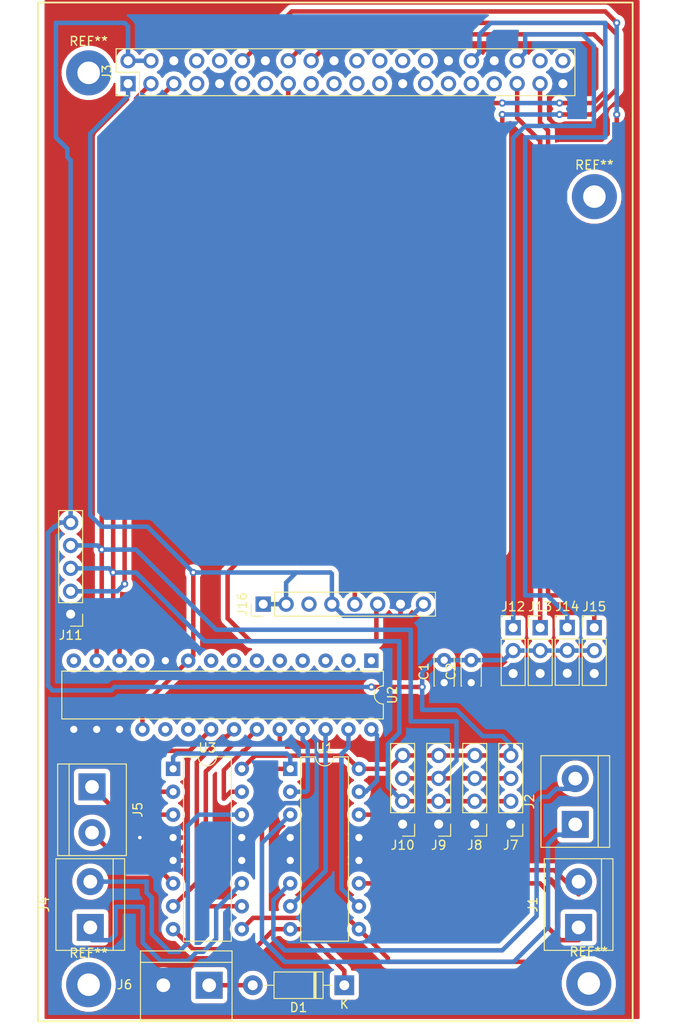
<source format=kicad_pcb>
(kicad_pcb (version 20171130) (host pcbnew 5.1.4-e60b266~84~ubuntu18.04.1)
  (layers (0 F.Cu signal) (31 B.Cu signal hide) (34 B.Paste user hide) (35 F.Paste user hide) (36 B.SilkS user hide) (37 F.SilkS user hide) (38 B.Mask user hide) (39 F.Mask user hide) (44 Edge.Cuts user hide))
  (net 0 "")
  (net 1 "Net-(J1-Pad1)")
  (net 2 "Net-(J1-Pad2)")
  (net 3 "Net-(J2-Pad2)")
  (net 4 "Net-(J2-Pad1)")
  (net 5 +3V3)
  (net 6 +5V)
  (net 7 /SDA)
  (net 8 /SCL)
  (net 9 GND)
  (net 10 "Net-(J3-Pad7)")
  (net 11 "Net-(J3-Pad11)")
  (net 12 "Net-(J3-Pad13)")
  (net 13 "Net-(J3-Pad19)")
  (net 14 "Net-(J3-Pad21)")
  (net 15 "Net-(J3-Pad22)")
  (net 16 "Net-(J3-Pad23)")
  (net 17 "Net-(J3-Pad24)")
  (net 18 "Net-(J3-Pad26)")
  (net 19 "Net-(J3-Pad27)")
  (net 20 "Net-(J3-Pad28)")
  (net 21 "Net-(J3-Pad29)")
  (net 22 "Net-(J3-Pad31)")
  (net 23 "Net-(J3-Pad38)")
  (net 24 "Net-(J3-Pad40)")
  (net 25 "Net-(J4-Pad2)")
  (net 26 "Net-(J4-Pad1)")
  (net 27 "Net-(J5-Pad1)")
  (net 28 "Net-(J5-Pad2)")
  (net 29 +BATT)
  (net 30 "Net-(U1-Pad15)")
  (net 31 "Net-(U1-Pad7)")
  (net 32 "Net-(U1-Pad10)")
  (net 33 "Net-(U1-Pad2)")
  (net 34 "Net-(U2-Pad1)")
  (net 35 "Net-(U2-Pad2)")
  (net 36 "Net-(U2-Pad3)")
  (net 37 "Net-(U2-Pad4)")
  (net 38 "Net-(U2-Pad5)")
  (net 39 "Net-(U2-Pad19)")
  (net 40 "Net-(U2-Pad6)")
  (net 41 "Net-(U2-Pad20)")
  (net 42 "Net-(U2-Pad7)")
  (net 43 "Net-(U2-Pad21)")
  (net 44 "Net-(U2-Pad8)")
  (net 45 "Net-(U2-Pad22)")
  (net 46 "Net-(U2-Pad23)")
  (net 47 "Net-(U2-Pad24)")
  (net 48 "Net-(U2-Pad11)")
  (net 49 "Net-(U2-Pad14)")
  (net 50 "Net-(D1-Pad2)")
  (net 51 /TXD)
  (net 52 /RXD)
  (net 53 /PWM0)
  (net 54 /TOF_INT)
  (net 55 /SDA_SOFT)
  (net 56 /SCL_SOFT)
  (net 57 /GVS1)
  (net 58 /PWM1)
  (net 59 /GVS3)
  (net 60 /GVS2)
  (net 61 /GVS4)
  (net 62 /INT)
  (module Package_DIP:DIP-28_W7.62mm (layer F.Cu) (at 74.37 131.7 270)
    (fp_text reference U2 (at 3.81 -2.33 270) (layer F.SilkS))
    (fp_text value MCP23017_SP)
    (pad 1 thru_hole rect (at 0 0 270) (size 1.6 1.6) (drill 0.8) (layers *.Cu *.Mask) (net 34 "Net-(U2-Pad1)"))
    (pad 15 thru_hole oval (at 7.62 33.02 270) (size 1.6 1.6) (drill 0.8) (layers *.Cu *.Mask) (net 9 GND))
    (pad 2 thru_hole oval (at 0 2.54 270) (size 1.6 1.6) (drill 0.8) (layers *.Cu *.Mask) (net 35 "Net-(U2-Pad2)"))
    (pad 16 thru_hole oval (at 7.62 30.48 270) (size 1.6 1.6) (drill 0.8) (layers *.Cu *.Mask) (net 9 GND))
    (pad 3 thru_hole oval (at 0 5.08 270) (size 1.6 1.6) (drill 0.8) (layers *.Cu *.Mask) (net 36 "Net-(U2-Pad3)"))
    (pad 17 thru_hole oval (at 7.62 27.94 270) (size 1.6 1.6) (drill 0.8) (layers *.Cu *.Mask) (net 9 GND))
    (pad 4 thru_hole oval (at 0 7.62 270) (size 1.6 1.6) (drill 0.8) (layers *.Cu *.Mask) (net 37 "Net-(U2-Pad4)"))
    (pad 18 thru_hole oval (at 7.62 25.4 270) (size 1.6 1.6) (drill 0.8) (layers *.Cu *.Mask) (net 5 +3V3))
    (pad 5 thru_hole oval (at 0 10.16 270) (size 1.6 1.6) (drill 0.8) (layers *.Cu *.Mask) (net 38 "Net-(U2-Pad5)"))
    (pad 19 thru_hole oval (at 7.62 22.86 270) (size 1.6 1.6) (drill 0.8) (layers *.Cu *.Mask) (net 39 "Net-(U2-Pad19)"))
    (pad 6 thru_hole oval (at 0 12.7 270) (size 1.6 1.6) (drill 0.8) (layers *.Cu *.Mask) (net 40 "Net-(U2-Pad6)"))
    (pad 20 thru_hole oval (at 7.62 20.32 270) (size 1.6 1.6) (drill 0.8) (layers *.Cu *.Mask) (net 41 "Net-(U2-Pad20)"))
    (pad 7 thru_hole oval (at 0 15.24 270) (size 1.6 1.6) (drill 0.8) (layers *.Cu *.Mask) (net 42 "Net-(U2-Pad7)"))
    (pad 21 thru_hole oval (at 7.62 17.78 270) (size 1.6 1.6) (drill 0.8) (layers *.Cu *.Mask) (net 43 "Net-(U2-Pad21)"))
    (pad 8 thru_hole oval (at 0 17.78 270) (size 1.6 1.6) (drill 0.8) (layers *.Cu *.Mask) (net 44 "Net-(U2-Pad8)"))
    (pad 22 thru_hole oval (at 7.62 15.24 270) (size 1.6 1.6) (drill 0.8) (layers *.Cu *.Mask) (net 45 "Net-(U2-Pad22)"))
    (pad 9 thru_hole oval (at 0 20.32 270) (size 1.6 1.6) (drill 0.8) (layers *.Cu *.Mask) (net 5 +3V3))
    (pad 23 thru_hole oval (at 7.62 12.7 270) (size 1.6 1.6) (drill 0.8) (layers *.Cu *.Mask) (net 46 "Net-(U2-Pad23)"))
    (pad 10 thru_hole oval (at 0 22.86 270) (size 1.6 1.6) (drill 0.8) (layers *.Cu *.Mask) (net 9 GND))
    (pad 24 thru_hole oval (at 7.62 10.16 270) (size 1.6 1.6) (drill 0.8) (layers *.Cu *.Mask) (net 47 "Net-(U2-Pad24)"))
    (pad 11 thru_hole oval (at 0 25.4 270) (size 1.6 1.6) (drill 0.8) (layers *.Cu *.Mask) (net 48 "Net-(U2-Pad11)"))
    (pad 25 thru_hole oval (at 7.62 7.62 270) (size 1.6 1.6) (drill 0.8) (layers *.Cu *.Mask) (net 33 "Net-(U1-Pad2)"))
    (pad 12 thru_hole oval (at 0 27.94 270) (size 1.6 1.6) (drill 0.8) (layers *.Cu *.Mask) (net 8 /SCL))
    (pad 26 thru_hole oval (at 7.62 5.08 270) (size 1.6 1.6) (drill 0.8) (layers *.Cu *.Mask) (net 31 "Net-(U1-Pad7)"))
    (pad 13 thru_hole oval (at 0 30.48 270) (size 1.6 1.6) (drill 0.8) (layers *.Cu *.Mask) (net 7 /SDA))
    (pad 27 thru_hole oval (at 7.62 2.54 270) (size 1.6 1.6) (drill 0.8) (layers *.Cu *.Mask) (net 32 "Net-(U1-Pad10)"))
    (pad 14 thru_hole oval (at 0 33.02 270) (size 1.6 1.6) (drill 0.8) (layers *.Cu *.Mask) (net 49 "Net-(U2-Pad14)"))
    (pad 28 thru_hole oval (at 7.62 0 270) (size 1.6 1.6) (drill 0.8) (layers *.Cu *.Mask) (net 30 "Net-(U1-Pad15)"))
  )
  (module MountingHole:MountingHole_2.5mm_Pad (layer F.Cu) (at 99.12 80.23)
    (fp_text reference REF** (at 0 -3.5) (layer F.SilkS))
    (fp_text value MountingHole_2.5mm_Pad)
    (pad 1 thru_hole circle (at 0 0) (size 5 5) (drill 2.5) (layers *.Cu *.Mask))
  )
  (module MountingHole:MountingHole_2.5mm_Pad (layer F.Cu) (at 43 66.5)
    (fp_text reference REF** (at 0 -3.5) (layer F.SilkS))
    (fp_text value MountingHole_2.5mm_Pad)
    (pad 1 thru_hole circle (at 0 0) (size 5 5) (drill 2.5) (layers *.Cu *.Mask))
  )
  (module TerminalBlock:TerminalBlock_bornier-2_P5.08mm (layer F.Cu) (at 56.37 167.7 180)
    (fp_text reference J6 (at 9.38 0.06) (layer F.SilkS))
    (fp_text value Motor_Power)
    (pad 1 thru_hole rect (at 0 0 180) (size 3 3) (drill 1.52) (layers *.Cu *.Mask) (net 50 "Net-(D1-Pad2)"))
    (pad 2 thru_hole circle (at 5.08 0 180) (size 3 3) (drill 1.52) (layers *.Cu *.Mask) (net 9 GND))
  )
  (module Capacitor_THT:C_Disc_D3.0mm_W2.0mm_P2.50mm (layer F.Cu) (at 82.45 134.14 90)
    (fp_text reference C1 (at 1.25 -2.25 90) (layer F.SilkS))
    (fp_text value 104)
    (pad 1 thru_hole circle (at 0 0 90) (size 1.6 1.6) (drill 0.8) (layers *.Cu *.Mask) (net 9 GND))
    (pad 2 thru_hole circle (at 2.5 0 90) (size 1.6 1.6) (drill 0.8) (layers *.Cu *.Mask) (net 6 +5V))
  )
  (module Capacitor_THT:C_Disc_D3.0mm_W2.0mm_P2.50mm (layer F.Cu) (at 85.45 134.14 90)
    (fp_text reference C2 (at 1.25 -2.25 90) (layer F.SilkS))
    (fp_text value 104)
    (pad 2 thru_hole circle (at 2.5 0 90) (size 1.6 1.6) (drill 0.8) (layers *.Cu *.Mask) (net 6 +5V))
    (pad 1 thru_hole circle (at 0 0 90) (size 1.6 1.6) (drill 0.8) (layers *.Cu *.Mask) (net 9 GND))
  )
  (module Diode_THT:D_DO-41_SOD81_P10.16mm_Horizontal (layer F.Cu) (at 71.37 167.7 180)
    (fp_text reference D1 (at 5.08 -2.47 180) (layer F.SilkS))
    (fp_text value 1N5817)
    (fp_text user K (at 0 -2.1 180) (layer F.SilkS))
    (pad 1 thru_hole rect (at 0 0 180) (size 2.2 2.2) (drill 1.1) (layers *.Cu *.Mask) (net 29 +BATT))
    (pad 2 thru_hole oval (at 10.16 0 180) (size 2.2 2.2) (drill 1.1) (layers *.Cu *.Mask) (net 50 "Net-(D1-Pad2)"))
  )
  (module TerminalBlock:TerminalBlock_bornier-2_P5.08mm (layer F.Cu) (at 97.37 161.29 90)
    (fp_text reference J1 (at 2.54 -5.08 90) (layer F.SilkS))
    (fp_text value Motor1)
    (pad 1 thru_hole rect (at 0 0 90) (size 3 3) (drill 1.52) (layers *.Cu *.Mask) (net 1 "Net-(J1-Pad1)"))
    (pad 2 thru_hole circle (at 5.08 0 90) (size 3 3) (drill 1.52) (layers *.Cu *.Mask) (net 2 "Net-(J1-Pad2)"))
  )
  (module TerminalBlock:TerminalBlock_bornier-2_P5.08mm (layer F.Cu) (at 97 149.86 90)
    (fp_text reference J2 (at 2.54 -5.08 90) (layer F.SilkS))
    (fp_text value Motor2)
    (pad 2 thru_hole circle (at 5.08 0 90) (size 3 3) (drill 1.52) (layers *.Cu *.Mask) (net 3 "Net-(J2-Pad2)"))
    (pad 1 thru_hole rect (at 0 0 90) (size 3 3) (drill 1.52) (layers *.Cu *.Mask) (net 4 "Net-(J2-Pad1)"))
  )
  (module Connector_PinHeader_2.54mm:PinHeader_2x20_P2.54mm_Vertical (layer F.Cu) (at 47.37 67.7 90)
    (fp_text reference J3 (at 1.27 -2.33 90) (layer F.SilkS))
    (fp_text value "RPI GPIO")
    (pad 1 thru_hole rect (at 0 0 90) (size 1.7 1.7) (drill 1) (layers *.Cu *.Mask) (net 5 +3V3))
    (pad 2 thru_hole oval (at 2.54 0 90) (size 1.7 1.7) (drill 1) (layers *.Cu *.Mask) (net 6 +5V))
    (pad 3 thru_hole oval (at 0 2.54 90) (size 1.7 1.7) (drill 1) (layers *.Cu *.Mask) (net 7 /SDA))
    (pad 4 thru_hole oval (at 2.54 2.54 90) (size 1.7 1.7) (drill 1) (layers *.Cu *.Mask) (net 6 +5V))
    (pad 5 thru_hole oval (at 0 5.08 90) (size 1.7 1.7) (drill 1) (layers *.Cu *.Mask) (net 8 /SCL))
    (pad 6 thru_hole oval (at 2.54 5.08 90) (size 1.7 1.7) (drill 1) (layers *.Cu *.Mask) (net 9 GND))
    (pad 7 thru_hole oval (at 0 7.62 90) (size 1.7 1.7) (drill 1) (layers *.Cu *.Mask) (net 10 "Net-(J3-Pad7)"))
    (pad 8 thru_hole oval (at 2.54 7.62 90) (size 1.7 1.7) (drill 1) (layers *.Cu *.Mask) (net 51 /TXD))
    (pad 9 thru_hole oval (at 0 10.16 90) (size 1.7 1.7) (drill 1) (layers *.Cu *.Mask) (net 9 GND))
    (pad 10 thru_hole oval (at 2.54 10.16 90) (size 1.7 1.7) (drill 1) (layers *.Cu *.Mask) (net 52 /RXD))
    (pad 11 thru_hole oval (at 0 12.7 90) (size 1.7 1.7) (drill 1) (layers *.Cu *.Mask) (net 11 "Net-(J3-Pad11)"))
    (pad 12 thru_hole oval (at 2.54 12.7 90) (size 1.7 1.7) (drill 1) (layers *.Cu *.Mask) (net 53 /PWM0))
    (pad 13 thru_hole oval (at 0 15.24 90) (size 1.7 1.7) (drill 1) (layers *.Cu *.Mask) (net 12 "Net-(J3-Pad13)"))
    (pad 14 thru_hole oval (at 2.54 15.24 90) (size 1.7 1.7) (drill 1) (layers *.Cu *.Mask) (net 9 GND))
    (pad 15 thru_hole oval (at 0 17.78 90) (size 1.7 1.7) (drill 1) (layers *.Cu *.Mask) (net 54 /TOF_INT))
    (pad 16 thru_hole oval (at 2.54 17.78 90) (size 1.7 1.7) (drill 1) (layers *.Cu *.Mask) (net 55 /SDA_SOFT))
    (pad 17 thru_hole oval (at 0 20.32 90) (size 1.7 1.7) (drill 1) (layers *.Cu *.Mask) (net 5 +3V3))
    (pad 18 thru_hole oval (at 2.54 20.32 90) (size 1.7 1.7) (drill 1) (layers *.Cu *.Mask) (net 56 /SCL_SOFT))
    (pad 19 thru_hole oval (at 0 22.86 90) (size 1.7 1.7) (drill 1) (layers *.Cu *.Mask) (net 13 "Net-(J3-Pad19)"))
    (pad 20 thru_hole oval (at 2.54 22.86 90) (size 1.7 1.7) (drill 1) (layers *.Cu *.Mask) (net 9 GND))
    (pad 21 thru_hole oval (at 0 25.4 90) (size 1.7 1.7) (drill 1) (layers *.Cu *.Mask) (net 14 "Net-(J3-Pad21)"))
    (pad 22 thru_hole oval (at 2.54 25.4 90) (size 1.7 1.7) (drill 1) (layers *.Cu *.Mask) (net 15 "Net-(J3-Pad22)"))
    (pad 23 thru_hole oval (at 0 27.94 90) (size 1.7 1.7) (drill 1) (layers *.Cu *.Mask) (net 16 "Net-(J3-Pad23)"))
    (pad 24 thru_hole oval (at 2.54 27.94 90) (size 1.7 1.7) (drill 1) (layers *.Cu *.Mask) (net 17 "Net-(J3-Pad24)"))
    (pad 25 thru_hole oval (at 0 30.48 90) (size 1.7 1.7) (drill 1) (layers *.Cu *.Mask) (net 9 GND))
    (pad 26 thru_hole oval (at 2.54 30.48 90) (size 1.7 1.7) (drill 1) (layers *.Cu *.Mask) (net 18 "Net-(J3-Pad26)"))
    (pad 27 thru_hole oval (at 0 33.02 90) (size 1.7 1.7) (drill 1) (layers *.Cu *.Mask) (net 19 "Net-(J3-Pad27)"))
    (pad 28 thru_hole oval (at 2.54 33.02 90) (size 1.7 1.7) (drill 1) (layers *.Cu *.Mask) (net 20 "Net-(J3-Pad28)"))
    (pad 29 thru_hole oval (at 0 35.56 90) (size 1.7 1.7) (drill 1) (layers *.Cu *.Mask) (net 21 "Net-(J3-Pad29)"))
    (pad 30 thru_hole oval (at 2.54 35.56 90) (size 1.7 1.7) (drill 1) (layers *.Cu *.Mask) (net 9 GND))
    (pad 31 thru_hole oval (at 0 38.1 90) (size 1.7 1.7) (drill 1) (layers *.Cu *.Mask) (net 22 "Net-(J3-Pad31)"))
    (pad 32 thru_hole oval (at 2.54 38.1 90) (size 1.7 1.7) (drill 1) (layers *.Cu *.Mask) (net 60 /GVS2))
    (pad 33 thru_hole oval (at 0 40.64 90) (size 1.7 1.7) (drill 1) (layers *.Cu *.Mask) (net 58 /PWM1))
    (pad 34 thru_hole oval (at 2.54 40.64 90) (size 1.7 1.7) (drill 1) (layers *.Cu *.Mask) (net 9 GND))
    (pad 35 thru_hole oval (at 0 43.18 90) (size 1.7 1.7) (drill 1) (layers *.Cu *.Mask) (net 59 /GVS3))
    (pad 36 thru_hole oval (at 2.54 43.18 90) (size 1.7 1.7) (drill 1) (layers *.Cu *.Mask) (net 57 /GVS1))
    (pad 37 thru_hole oval (at 0 45.72 90) (size 1.7 1.7) (drill 1) (layers *.Cu *.Mask) (net 61 /GVS4))
    (pad 38 thru_hole oval (at 2.54 45.72 90) (size 1.7 1.7) (drill 1) (layers *.Cu *.Mask) (net 23 "Net-(J3-Pad38)"))
    (pad 39 thru_hole oval (at 0 48.26 90) (size 1.7 1.7) (drill 1) (layers *.Cu *.Mask) (net 9 GND))
    (pad 40 thru_hole oval (at 2.54 48.26 90) (size 1.7 1.7) (drill 1) (layers *.Cu *.Mask) (net 24 "Net-(J3-Pad40)"))
  )
  (module TerminalBlock:TerminalBlock_bornier-2_P5.08mm (layer F.Cu) (at 43.18 161.29 90)
    (fp_text reference J4 (at 2.54 -5.08 90) (layer F.SilkS))
    (fp_text value Motor3)
    (pad 2 thru_hole circle (at 5.08 0 90) (size 3 3) (drill 1.52) (layers *.Cu *.Mask) (net 25 "Net-(J4-Pad2)"))
    (pad 1 thru_hole rect (at 0 0 90) (size 3 3) (drill 1.52) (layers *.Cu *.Mask) (net 26 "Net-(J4-Pad1)"))
  )
  (module TerminalBlock:TerminalBlock_bornier-2_P5.08mm (layer F.Cu) (at 43.37 145.7 270)
    (fp_text reference J5 (at 2.54 -5.08 270) (layer F.SilkS))
    (fp_text value Motor4)
    (pad 1 thru_hole rect (at 0 0 270) (size 3 3) (drill 1.52) (layers *.Cu *.Mask) (net 27 "Net-(J5-Pad1)"))
    (pad 2 thru_hole circle (at 5.08 0 270) (size 3 3) (drill 1.52) (layers *.Cu *.Mask) (net 28 "Net-(J5-Pad2)"))
  )
  (module Connector_PinHeader_2.54mm:PinHeader_1x04_P2.54mm_Vertical (layer F.Cu) (at 89.842224 149.832635 180)
    (fp_text reference J7 (at 0 -2.33 180) (layer F.SilkS))
    (fp_text value "I2C 1")
    (pad 1 thru_hole rect (at 0 0 180) (size 1.7 1.7) (drill 1) (layers *.Cu *.Mask) (net 9 GND))
    (pad 2 thru_hole oval (at 0 2.54 180) (size 1.7 1.7) (drill 1) (layers *.Cu *.Mask) (net 8 /SCL))
    (pad 3 thru_hole oval (at 0 5.08 180) (size 1.7 1.7) (drill 1) (layers *.Cu *.Mask) (net 7 /SDA))
    (pad 4 thru_hole oval (at 0 7.62 180) (size 1.7 1.7) (drill 1) (layers *.Cu *.Mask) (net 6 +5V))
  )
  (module Connector_PinHeader_2.54mm:PinHeader_1x04_P2.54mm_Vertical (layer F.Cu) (at 85.842224 149.832635 180)
    (fp_text reference J8 (at 0 -2.33 180) (layer F.SilkS))
    (fp_text value "I2C 2")
    (pad 1 thru_hole rect (at 0 0 180) (size 1.7 1.7) (drill 1) (layers *.Cu *.Mask) (net 9 GND))
    (pad 2 thru_hole oval (at 0 2.54 180) (size 1.7 1.7) (drill 1) (layers *.Cu *.Mask) (net 8 /SCL))
    (pad 3 thru_hole oval (at 0 5.08 180) (size 1.7 1.7) (drill 1) (layers *.Cu *.Mask) (net 7 /SDA))
    (pad 4 thru_hole oval (at 0 7.62 180) (size 1.7 1.7) (drill 1) (layers *.Cu *.Mask) (net 6 +5V))
  )
  (module Connector_PinHeader_2.54mm:PinHeader_1x04_P2.54mm_Vertical (layer F.Cu) (at 81.842224 149.832635 180)
    (fp_text reference J9 (at 0 -2.33 180) (layer F.SilkS))
    (fp_text value "I2C 3")
    (pad 4 thru_hole oval (at 0 7.62 180) (size 1.7 1.7) (drill 1) (layers *.Cu *.Mask) (net 6 +5V))
    (pad 3 thru_hole oval (at 0 5.08 180) (size 1.7 1.7) (drill 1) (layers *.Cu *.Mask) (net 7 /SDA))
    (pad 2 thru_hole oval (at 0 2.54 180) (size 1.7 1.7) (drill 1) (layers *.Cu *.Mask) (net 8 /SCL))
    (pad 1 thru_hole rect (at 0 0 180) (size 1.7 1.7) (drill 1) (layers *.Cu *.Mask) (net 9 GND))
  )
  (module Connector_PinHeader_2.54mm:PinHeader_1x04_P2.54mm_Vertical (layer F.Cu) (at 77.842224 149.832635 180)
    (fp_text reference J10 (at 0 -2.33 180) (layer F.SilkS))
    (fp_text value "I2C 4")
    (pad 4 thru_hole oval (at 0 7.62 180) (size 1.7 1.7) (drill 1) (layers *.Cu *.Mask) (net 6 +5V))
    (pad 3 thru_hole oval (at 0 5.08 180) (size 1.7 1.7) (drill 1) (layers *.Cu *.Mask) (net 7 /SDA))
    (pad 2 thru_hole oval (at 0 2.54 180) (size 1.7 1.7) (drill 1) (layers *.Cu *.Mask) (net 8 /SCL))
    (pad 1 thru_hole rect (at 0 0 180) (size 1.7 1.7) (drill 1) (layers *.Cu *.Mask) (net 9 GND))
  )
  (module Connector_PinHeader_2.54mm:PinHeader_1x05_P2.54mm_Vertical (layer F.Cu) (at 41 126.54 180)
    (fp_text reference J11 (at 0 -2.33 180) (layer F.SilkS))
    (fp_text value TOF_HEADER)
    (pad 1 thru_hole rect (at 0 0 180) (size 1.7 1.7) (drill 1) (layers *.Cu *.Mask) (net 9 GND))
    (pad 2 thru_hole oval (at 0 2.54 180) (size 1.7 1.7) (drill 1) (layers *.Cu *.Mask) (net 54 /TOF_INT))
    (pad 3 thru_hole oval (at 0 5.08 180) (size 1.7 1.7) (drill 1) (layers *.Cu *.Mask) (net 8 /SCL))
    (pad 4 thru_hole oval (at 0 7.62 180) (size 1.7 1.7) (drill 1) (layers *.Cu *.Mask) (net 7 /SDA))
    (pad 5 thru_hole oval (at 0 10.16 180) (size 1.7 1.7) (drill 1) (layers *.Cu *.Mask) (net 6 +5V))
  )
  (module Connector_PinHeader_2.54mm:PinHeader_1x03_P2.54mm_Vertical (layer F.Cu) (at 90.106398 128.04291)
    (fp_text reference J12 (at 0 -2.33) (layer F.SilkS))
    (fp_text value GVS1)
    (pad 3 thru_hole oval (at 0 5.08) (size 1.7 1.7) (drill 1) (layers *.Cu *.Mask) (net 9 GND))
    (pad 2 thru_hole oval (at 0 2.54) (size 1.7 1.7) (drill 1) (layers *.Cu *.Mask) (net 6 +5V))
    (pad 1 thru_hole rect (at 0 0) (size 1.7 1.7) (drill 1) (layers *.Cu *.Mask) (net 57 /GVS1))
  )
  (module Connector_PinHeader_2.54mm:PinHeader_1x03_P2.54mm_Vertical (layer F.Cu) (at 93.106398 128.04291)
    (fp_text reference J13 (at 0 -2.33) (layer F.SilkS))
    (fp_text value GVS2)
    (pad 3 thru_hole oval (at 0 5.08) (size 1.7 1.7) (drill 1) (layers *.Cu *.Mask) (net 9 GND))
    (pad 2 thru_hole oval (at 0 2.54) (size 1.7 1.7) (drill 1) (layers *.Cu *.Mask) (net 6 +5V))
    (pad 1 thru_hole rect (at 0 0) (size 1.7 1.7) (drill 1) (layers *.Cu *.Mask) (net 59 /GVS3))
  )
  (module Connector_PinHeader_2.54mm:PinHeader_1x03_P2.54mm_Vertical (layer F.Cu) (at 96.106398 128.017911)
    (fp_text reference J14 (at 0 -2.33) (layer F.SilkS))
    (fp_text value GVS3)
    (pad 1 thru_hole rect (at 0 0) (size 1.7 1.7) (drill 1) (layers *.Cu *.Mask) (net 60 /GVS2))
    (pad 2 thru_hole oval (at 0 2.54) (size 1.7 1.7) (drill 1) (layers *.Cu *.Mask) (net 6 +5V))
    (pad 3 thru_hole oval (at 0 5.08) (size 1.7 1.7) (drill 1) (layers *.Cu *.Mask) (net 9 GND))
  )
  (module Connector_PinHeader_2.54mm:PinHeader_1x03_P2.54mm_Vertical (layer F.Cu) (at 99.106398 128.04291)
    (fp_text reference J15 (at 0 -2.33) (layer F.SilkS))
    (fp_text value GVS4)
    (pad 1 thru_hole rect (at 0 0) (size 1.7 1.7) (drill 1) (layers *.Cu *.Mask) (net 61 /GVS4))
    (pad 2 thru_hole oval (at 0 2.54) (size 1.7 1.7) (drill 1) (layers *.Cu *.Mask) (net 6 +5V))
    (pad 3 thru_hole oval (at 0 5.08) (size 1.7 1.7) (drill 1) (layers *.Cu *.Mask) (net 9 GND))
  )
  (module Connector_PinHeader_2.54mm:PinHeader_1x08_P2.54mm_Vertical (layer F.Cu) (at 62.37 125.43 90)
    (fp_text reference J16 (at 0 -2.33 90) (layer F.SilkS))
    (fp_text value GY-BNOD55)
    (pad 1 thru_hole rect (at 0 0 90) (size 1.7 1.7) (drill 1) (layers *.Cu *.Mask) (net 5 +3V3))
    (pad 2 thru_hole oval (at 0 2.54 90) (size 1.7 1.7) (drill 1) (layers *.Cu *.Mask) (net 5 +3V3))
    (pad 3 thru_hole oval (at 0 5.08 90) (size 1.7 1.7) (drill 1) (layers *.Cu *.Mask) (net 62 /INT))
    (pad 4 thru_hole oval (at 0 7.62 90) (size 1.7 1.7) (drill 1) (layers *.Cu *.Mask) (net 5 +3V3))
    (pad 5 thru_hole oval (at 0 10.16 90) (size 1.7 1.7) (drill 1) (layers *.Cu *.Mask) (net 55 /SDA_SOFT))
    (pad 6 thru_hole oval (at 0 12.7 90) (size 1.7 1.7) (drill 1) (layers *.Cu *.Mask) (net 56 /SCL_SOFT))
    (pad 7 thru_hole oval (at 0 15.24 90) (size 1.7 1.7) (drill 1) (layers *.Cu *.Mask) (net 9 GND))
    (pad 8 thru_hole oval (at 0 17.78 90) (size 1.7 1.7) (drill 1) (layers *.Cu *.Mask) (net 5 +3V3))
  )
  (module Package_DIP:DIP-16_W7.62mm (layer F.Cu) (at 65.37 143.7)
    (fp_text reference U1 (at 3.81 -2.33) (layer F.SilkS))
    (fp_text value L293D)
    (pad 1 thru_hole rect (at 0 0) (size 1.6 1.6) (drill 0.8) (layers *.Cu *.Mask) (net 53 /PWM0))
    (pad 9 thru_hole oval (at 7.62 17.78) (size 1.6 1.6) (drill 0.8) (layers *.Cu *.Mask) (net 53 /PWM0))
    (pad 2 thru_hole oval (at 0 2.54) (size 1.6 1.6) (drill 0.8) (layers *.Cu *.Mask) (net 33 "Net-(U1-Pad2)"))
    (pad 10 thru_hole oval (at 7.62 15.24) (size 1.6 1.6) (drill 0.8) (layers *.Cu *.Mask) (net 32 "Net-(U1-Pad10)"))
    (pad 3 thru_hole oval (at 0 5.08) (size 1.6 1.6) (drill 0.8) (layers *.Cu *.Mask) (net 4 "Net-(J2-Pad1)"))
    (pad 11 thru_hole oval (at 7.62 12.7) (size 1.6 1.6) (drill 0.8) (layers *.Cu *.Mask) (net 1 "Net-(J1-Pad1)"))
    (pad 4 thru_hole oval (at 0 7.62) (size 1.6 1.6) (drill 0.8) (layers *.Cu *.Mask) (net 9 GND))
    (pad 12 thru_hole oval (at 7.62 10.16) (size 1.6 1.6) (drill 0.8) (layers *.Cu *.Mask) (net 9 GND))
    (pad 5 thru_hole oval (at 0 10.16) (size 1.6 1.6) (drill 0.8) (layers *.Cu *.Mask) (net 9 GND))
    (pad 13 thru_hole oval (at 7.62 7.62) (size 1.6 1.6) (drill 0.8) (layers *.Cu *.Mask) (net 9 GND))
    (pad 6 thru_hole oval (at 0 12.7) (size 1.6 1.6) (drill 0.8) (layers *.Cu *.Mask) (net 3 "Net-(J2-Pad2)"))
    (pad 14 thru_hole oval (at 7.62 5.08) (size 1.6 1.6) (drill 0.8) (layers *.Cu *.Mask) (net 2 "Net-(J1-Pad2)"))
    (pad 7 thru_hole oval (at 0 15.24) (size 1.6 1.6) (drill 0.8) (layers *.Cu *.Mask) (net 31 "Net-(U1-Pad7)"))
    (pad 15 thru_hole oval (at 7.62 2.54) (size 1.6 1.6) (drill 0.8) (layers *.Cu *.Mask) (net 30 "Net-(U1-Pad15)"))
    (pad 8 thru_hole oval (at 0 17.78) (size 1.6 1.6) (drill 0.8) (layers *.Cu *.Mask) (net 29 +BATT))
    (pad 16 thru_hole oval (at 7.62 0) (size 1.6 1.6) (drill 0.8) (layers *.Cu *.Mask) (net 6 +5V))
  )
  (module Package_DIP:DIP-16_W7.62mm (layer F.Cu) (at 52.37 143.7)
    (fp_text reference U3 (at 3.81 -2.33) (layer F.SilkS))
    (fp_text value L293D)
    (pad 16 thru_hole oval (at 7.62 0) (size 1.6 1.6) (drill 0.8) (layers *.Cu *.Mask) (net 6 +5V))
    (pad 8 thru_hole oval (at 0 17.78) (size 1.6 1.6) (drill 0.8) (layers *.Cu *.Mask) (net 29 +BATT))
    (pad 15 thru_hole oval (at 7.62 2.54) (size 1.6 1.6) (drill 0.8) (layers *.Cu *.Mask) (net 47 "Net-(U2-Pad24)"))
    (pad 7 thru_hole oval (at 0 15.24) (size 1.6 1.6) (drill 0.8) (layers *.Cu *.Mask) (net 45 "Net-(U2-Pad22)"))
    (pad 14 thru_hole oval (at 7.62 5.08) (size 1.6 1.6) (drill 0.8) (layers *.Cu *.Mask) (net 25 "Net-(J4-Pad2)"))
    (pad 6 thru_hole oval (at 0 12.7) (size 1.6 1.6) (drill 0.8) (layers *.Cu *.Mask) (net 28 "Net-(J5-Pad2)"))
    (pad 13 thru_hole oval (at 7.62 7.62) (size 1.6 1.6) (drill 0.8) (layers *.Cu *.Mask) (net 9 GND))
    (pad 5 thru_hole oval (at 0 10.16) (size 1.6 1.6) (drill 0.8) (layers *.Cu *.Mask) (net 9 GND))
    (pad 12 thru_hole oval (at 7.62 10.16) (size 1.6 1.6) (drill 0.8) (layers *.Cu *.Mask) (net 9 GND))
    (pad 4 thru_hole oval (at 0 7.62) (size 1.6 1.6) (drill 0.8) (layers *.Cu *.Mask) (net 9 GND))
    (pad 11 thru_hole oval (at 7.62 12.7) (size 1.6 1.6) (drill 0.8) (layers *.Cu *.Mask) (net 26 "Net-(J4-Pad1)"))
    (pad 3 thru_hole oval (at 0 5.08) (size 1.6 1.6) (drill 0.8) (layers *.Cu *.Mask) (net 27 "Net-(J5-Pad1)"))
    (pad 10 thru_hole oval (at 7.62 15.24) (size 1.6 1.6) (drill 0.8) (layers *.Cu *.Mask) (net 46 "Net-(U2-Pad23)"))
    (pad 2 thru_hole oval (at 0 2.54) (size 1.6 1.6) (drill 0.8) (layers *.Cu *.Mask) (net 43 "Net-(U2-Pad21)"))
    (pad 9 thru_hole oval (at 7.62 17.78) (size 1.6 1.6) (drill 0.8) (layers *.Cu *.Mask) (net 53 /PWM0))
    (pad 1 thru_hole rect (at 0 0) (size 1.6 1.6) (drill 0.8) (layers *.Cu *.Mask) (net 53 /PWM0))
  )
  (module MountingHole:MountingHole_2.5mm_Pad (layer F.Cu) (at 43 167.64)
    (fp_text reference REF** (at 0 -3.5) (layer F.SilkS))
    (fp_text value MountingHole_2.5mm_Pad)
    (pad 1 thru_hole circle (at 0 0) (size 5 5) (drill 2.5) (layers *.Cu *.Mask))
  )
  (module MountingHole:MountingHole_2.5mm_Pad (layer F.Cu) (at 98.5 167.5)
    (fp_text reference REF** (at 0 -3.5) (layer F.SilkS))
    (fp_text value MountingHole_2.5mm_Pad)
    (pad 1 thru_hole circle (at 0 0) (size 5 5) (drill 2.5) (layers *.Cu *.Mask))
  )
  (gr_text "PiWars 2019 edition" (at 66.5 88) (layer F.Cu) (effects (font (size 1.5 1.5) (thickness 0.3))))
  (gr_text "Terrierbot 2" (at 66 84) (layer F.Cu) (effects (font (size 1.5 1.5) (thickness 0.3))))
  (gr_line (start 103.37 171.7) (end 103.37 58.7) (layer F.SilkS) (width 0.2))
  (gr_line (start 37.37 58.7) (end 37.37 171.7) (layer F.SilkS) (width 0.2))
  (gr_line (start 103.37 58.7) (end 37.37 58.7) (layer F.SilkS) (width 0.2))
  (gr_line (start 37.37 171.7) (end 103.37 171.7) (layer F.SilkS) (width 0.2))
  (segment (start 97.37 162.7) (end 95.37 162.7) (width 0.5) (layer F.Cu) (net 1))
  (segment (start 93.07 156.4) (end 93.98 157.31) (width 0.5) (layer F.Cu) (net 1))
  (segment (start 72.99 156.4) (end 93.07 156.4) (width 0.5) (layer F.Cu) (net 1))
  (segment (start 93.98 161.31) (end 95.37 162.7) (width 0.5) (layer F.Cu) (net 1))
  (segment (start 93.98 157.31) (end 93.98 161.31) (width 0.5) (layer F.Cu) (net 1))
  (segment (start 72.99 148.78) (end 74.74 148.78) (width 0.5) (layer F.Cu) (net 2))
  (segment (start 74.74 148.78) (end 74.74 154.75) (width 0.5) (layer F.Cu) (net 2))
  (segment (start 74.74 154.75) (end 74.93 154.94) (width 0.5) (layer F.Cu) (net 2))
  (segment (start 94.69 154.94) (end 97.37 157.62) (width 0.5) (layer F.Cu) (net 2))
  (segment (start 74.93 154.94) (end 94.69 154.94) (width 0.5) (layer F.Cu) (net 2))
  (segment (start 63.5 158.27) (end 65.37 156.4) (width 0.5) (layer B.Cu) (net 3))
  (segment (start 94.87868 145.92) (end 94 146.79868) (width 0.5) (layer B.Cu) (net 3))
  (segment (start 88.9 163.83) (end 64.77 163.83) (width 0.5) (layer B.Cu) (net 3))
  (segment (start 97 145.92) (end 94.87868 145.92) (width 0.5) (layer B.Cu) (net 3))
  (segment (start 93.23132 146.79868) (end 92.71 147.32) (width 0.5) (layer B.Cu) (net 3))
  (segment (start 64.77 163.83) (end 63.5 162.56) (width 0.5) (layer B.Cu) (net 3))
  (segment (start 94 146.79868) (end 93.23132 146.79868) (width 0.5) (layer B.Cu) (net 3))
  (segment (start 63.5 162.56) (end 63.5 158.27) (width 0.5) (layer B.Cu) (net 3))
  (segment (start 92.71 147.32) (end 92.71 160.02) (width 0.5) (layer B.Cu) (net 3))
  (segment (start 92.71 160.02) (end 88.9 163.83) (width 0.5) (layer B.Cu) (net 3))
  (segment (start 62.23 151.92) (end 65.37 148.78) (width 0.5) (layer B.Cu) (net 4))
  (segment (start 95 151) (end 93.98 152.02) (width 0.5) (layer B.Cu) (net 4))
  (segment (start 62.23 162.56) (end 62.23 151.92) (width 0.5) (layer B.Cu) (net 4))
  (segment (start 97 151) (end 95 151) (width 0.5) (layer B.Cu) (net 4))
  (segment (start 90.17 165.1) (end 64.77 165.1) (width 0.5) (layer B.Cu) (net 4))
  (segment (start 93.98 152.02) (end 93.98 161.29) (width 0.5) (layer B.Cu) (net 4))
  (segment (start 93.98 161.29) (end 90.17 165.1) (width 0.5) (layer B.Cu) (net 4))
  (segment (start 64.77 165.1) (end 62.23 162.56) (width 0.5) (layer B.Cu) (net 4))
  (segment (start 62.37 125.43) (end 64.91 125.43) (width 0.5) (layer B.Cu) (net 5))
  (segment (start 79.300001 126.279999) (end 80.15 125.43) (width 0.5) (layer B.Cu) (net 5))
  (segment (start 71.290001 126.730001) (end 78.849999 126.730001) (width 0.5) (layer B.Cu) (net 5))
  (segment (start 78.849999 126.730001) (end 79.300001 126.279999) (width 0.5) (layer B.Cu) (net 5))
  (segment (start 69.99 125.43) (end 71.290001 126.730001) (width 0.5) (layer B.Cu) (net 5))
  (segment (start 43.18 115.57) (end 44.45 116.84) (width 0.5) (layer B.Cu) (net 5))
  (segment (start 44.45 116.84) (end 49.53 116.84) (width 0.5) (layer B.Cu) (net 5))
  (segment (start 49.53 116.84) (end 54.61 121.92) (width 0.5) (layer B.Cu) (net 5))
  (segment (start 54.61 121.92) (end 54.61 121.92) (width 0.5) (layer B.Cu) (net 5))
  (via (at 54.61 121.92) (size 0.8) (drill 0.4) (layers F.Cu B.Cu) (net 5))
  (segment (start 54.61 131.14) (end 54.05 131.7) (width 0.5) (layer F.Cu) (net 5))
  (segment (start 54.61 121.92) (end 54.61 131.14) (width 0.5) (layer F.Cu) (net 5))
  (segment (start 69.99 125.43) (end 69.99 122.06) (width 0.5) (layer B.Cu) (net 5))
  (segment (start 69.99 122.06) (end 69.85 121.92) (width 0.5) (layer B.Cu) (net 5))
  (segment (start 64.91 123.05) (end 66.04 121.92) (width 0.5) (layer B.Cu) (net 5))
  (segment (start 64.91 125.43) (end 64.91 123.05) (width 0.5) (layer B.Cu) (net 5))
  (segment (start 69.85 121.92) (end 66.04 121.92) (width 0.5) (layer B.Cu) (net 5))
  (segment (start 66.04 121.92) (end 54.61 121.92) (width 0.5) (layer B.Cu) (net 5))
  (segment (start 47.37 69.05) (end 43.18 73.24) (width 0.5) (layer B.Cu) (net 5))
  (segment (start 47.37 67.7) (end 47.37 69.05) (width 0.5) (layer B.Cu) (net 5))
  (segment (start 43.18 73.24) (end 43.18 73.66) (width 0.5) (layer B.Cu) (net 5))
  (segment (start 48.97 136.78) (end 48.97 139.32) (width 0.5) (layer F.Cu) (net 5))
  (segment (start 54.05 131.7) (end 48.97 136.78) (width 0.5) (layer F.Cu) (net 5))
  (segment (start 43.18 115.57) (end 43.18 73.66) (width 0.5) (layer B.Cu) (net 5))
  (segment (start 80.01 134.62) (end 80.01 134.62) (width 0.5) (layer F.Cu) (net 6))
  (via (at 80.01 134.62) (size 0.8) (drill 0.4) (layers F.Cu B.Cu) (net 6))
  (segment (start 72.99 143.7) (end 74.7 143.7) (width 0.5) (layer F.Cu) (net 6))
  (segment (start 47.37 65.16) (end 49.91 65.16) (width 0.5) (layer B.Cu) (net 6))
  (segment (start 76.354859 143.7) (end 77.47 142.584859) (width 0.5) (layer F.Cu) (net 6))
  (segment (start 74.7 143.7) (end 76.354859 143.7) (width 0.5) (layer F.Cu) (net 6))
  (segment (start 77.842224 142.212635) (end 85.842224 142.212635) (width 0.5) (layer F.Cu) (net 6))
  (segment (start 77.47 142.584859) (end 77.842224 142.212635) (width 0.5) (layer F.Cu) (net 6))
  (segment (start 85.842224 142.212635) (end 89.842224 142.212635) (width 0.5) (layer F.Cu) (net 6))
  (segment (start 82.45 131.64) (end 85.45 131.64) (width 0.5) (layer B.Cu) (net 6))
  (segment (start 89.049308 131.64) (end 90.106398 130.58291) (width 0.5) (layer B.Cu) (net 6))
  (segment (start 90.106398 130.58291) (end 99.106398 130.58291) (width 0.5) (layer B.Cu) (net 6))
  (segment (start 89.842224 141.010554) (end 89.842224 142.212635) (width 0.5) (layer B.Cu) (net 6))
  (segment (start 88.9 140.06833) (end 89.842224 141.010554) (width 0.5) (layer B.Cu) (net 6))
  (segment (start 87.63 131.64) (end 89.049308 131.64) (width 0.5) (layer B.Cu) (net 6))
  (segment (start 85.45 131.64) (end 88.9 131.64) (width 0.5) (layer B.Cu) (net 6))
  (segment (start 71.53 142.24) (end 72.99 143.7) (width 0.5) (layer F.Cu) (net 6))
  (segment (start 59.99 143.7) (end 61.45 142.24) (width 0.5) (layer F.Cu) (net 6))
  (segment (start 61.45 142.24) (end 71.53 142.24) (width 0.5) (layer F.Cu) (net 6))
  (segment (start 81.31863 131.64) (end 80.01 132.94863) (width 0.5) (layer B.Cu) (net 6))
  (segment (start 82.45 131.64) (end 81.31863 131.64) (width 0.5) (layer B.Cu) (net 6))
  (segment (start 80.01 132.94863) (end 80.01 137.16) (width 0.5) (layer B.Cu) (net 6))
  (segment (start 80.01 137.16) (end 83.82 137.16) (width 0.5) (layer B.Cu) (net 6))
  (segment (start 86.72833 140.06833) (end 88.9 140.06833) (width 0.5) (layer B.Cu) (net 6))
  (segment (start 83.82 137.16) (end 86.72833 140.06833) (width 0.5) (layer B.Cu) (net 6))
  (segment (start 39.797919 116.38) (end 39.37 116.807919) (width 0.5) (layer B.Cu) (net 6))
  (segment (start 41 116.38) (end 39.797919 116.38) (width 0.5) (layer B.Cu) (net 6))
  (segment (start 47.37 65.16) (end 47.37 61.34) (width 0.5) (layer B.Cu) (net 6))
  (segment (start 47.37 61.34) (end 46.99 60.96) (width 0.5) (layer B.Cu) (net 6))
  (segment (start 46.99 60.96) (end 39.37 60.96) (width 0.5) (layer B.Cu) (net 6))
  (segment (start 39.37 60.96) (end 39.37 73.66) (width 0.5) (layer B.Cu) (net 6))
  (segment (start 39.37 73.66) (end 40.64 74.93) (width 0.5) (layer B.Cu) (net 6))
  (segment (start 40.64 75.84) (end 41 76.2) (width 0.5) (layer B.Cu) (net 6))
  (segment (start 40.64 74.93) (end 40.64 75.84) (width 0.5) (layer B.Cu) (net 6))
  (segment (start 39.37 116.807919) (end 39.192081 116.807919) (width 0.5) (layer B.Cu) (net 6))
  (segment (start 39.192081 116.807919) (end 38.5 117.5) (width 0.5) (layer B.Cu) (net 6))
  (segment (start 38.5 117.5) (end 38.5 134.5) (width 0.5) (layer B.Cu) (net 6))
  (segment (start 38.5 134.5) (end 39 135) (width 0.5) (layer B.Cu) (net 6))
  (segment (start 39 135) (end 45.5 135) (width 0.5) (layer B.Cu) (net 6))
  (segment (start 45.88 134.62) (end 54.61 134.62) (width 0.5) (layer B.Cu) (net 6))
  (segment (start 45.5 135) (end 45.88 134.62) (width 0.5) (layer B.Cu) (net 6))
  (segment (start 54.61 134.62) (end 74.38 134.62) (width 0.5) (layer B.Cu) (net 6))
  (segment (start 74.38 134.62) (end 74.38 134.62) (width 0.5) (layer B.Cu) (net 6))
  (via (at 74.38 134.62) (size 0.8) (drill 0.4) (layers F.Cu B.Cu) (net 6))
  (segment (start 80.01 134.62) (end 74.38 134.62) (width 0.5) (layer F.Cu) (net 6))
  (segment (start 41 76.2) (end 41 116.38) (width 0.5) (layer B.Cu) (net 6))
  (segment (start 77.842224 144.752635) (end 89.842224 144.752635) (width 0.5) (layer F.Cu) (net 7))
  (via (at 44.45 119.38) (size 0.8) (drill 0.4) (layers F.Cu B.Cu) (net 7))
  (segment (start 43.89 130.1) (end 43.89 131.7) (width 0.5) (layer F.Cu) (net 7))
  (segment (start 44.45 73.66) (end 44.45 129.54) (width 0.5) (layer F.Cu) (net 7))
  (segment (start 48.26 69.85) (end 44.45 73.66) (width 0.5) (layer F.Cu) (net 7))
  (segment (start 44.45 129.54) (end 43.89 130.1) (width 0.5) (layer F.Cu) (net 7))
  (segment (start 49.91 67.7) (end 48.26 69.35) (width 0.5) (layer F.Cu) (net 7))
  (segment (start 48.26 69.35) (end 48.26 69.85) (width 0.5) (layer F.Cu) (net 7))
  (segment (start 43.99 118.92) (end 44.45 119.38) (width 0.5) (layer B.Cu) (net 7))
  (segment (start 41 118.92) (end 43.99 118.92) (width 0.5) (layer B.Cu) (net 7))
  (segment (start 44.45 119.38) (end 48.26 119.38) (width 0.5) (layer B.Cu) (net 7))
  (segment (start 57.15 128.27) (end 48.26 119.38) (width 0.5) (layer B.Cu) (net 7))
  (segment (start 78.74 128.27) (end 57.15 128.27) (width 0.5) (layer B.Cu) (net 7))
  (segment (start 78.74 138.43) (end 78.74 128.27) (width 0.5) (layer B.Cu) (net 7))
  (segment (start 81.842224 144.752635) (end 83.82 142.774859) (width 0.5) (layer B.Cu) (net 7))
  (segment (start 83.82 138.43) (end 78.74 138.43) (width 0.5) (layer B.Cu) (net 7))
  (segment (start 83.82 142.774859) (end 83.82 138.43) (width 0.5) (layer B.Cu) (net 7))
  (segment (start 89.842224 147.292635) (end 77.842224 147.292635) (width 0.5) (layer F.Cu) (net 8))
  (via (at 45.72 121.92) (size 0.8) (drill 0.4) (layers F.Cu B.Cu) (net 8))
  (segment (start 46.43 130.25) (end 46.43 131.7) (width 0.5) (layer F.Cu) (net 8))
  (segment (start 52.45 67.7) (end 45.72 74.43) (width 0.5) (layer F.Cu) (net 8))
  (segment (start 45.72 129.54) (end 46.43 130.25) (width 0.5) (layer F.Cu) (net 8))
  (segment (start 45.72 74.43) (end 45.72 129.54) (width 0.5) (layer F.Cu) (net 8))
  (segment (start 45.26 121.46) (end 45.72 121.92) (width 0.5) (layer B.Cu) (net 8))
  (segment (start 41 121.46) (end 45.26 121.46) (width 0.5) (layer B.Cu) (net 8))
  (segment (start 45.72 121.92) (end 48.26 121.92) (width 0.5) (layer B.Cu) (net 8))
  (segment (start 76.2 145.650411) (end 77.842224 147.292635) (width 0.5) (layer B.Cu) (net 8))
  (segment (start 76.2 140.97) (end 76.2 145.650411) (width 0.5) (layer B.Cu) (net 8))
  (segment (start 77.47 139.7) (end 76.2 140.97) (width 0.5) (layer B.Cu) (net 8))
  (segment (start 77.47 129.54) (end 77.47 139.7) (width 0.5) (layer B.Cu) (net 8))
  (segment (start 48.26 121.92) (end 55.88 129.54) (width 0.5) (layer B.Cu) (net 8))
  (segment (start 55.88 129.54) (end 77.47 129.54) (width 0.5) (layer B.Cu) (net 8))
  (segment (start 72.99 151.32) (end 72.99 153.86) (width 0.5) (layer F.Cu) (net 9))
  (segment (start 92.535975 133.693333) (end 93.106398 133.12291) (width 0.5) (layer F.Cu) (net 9))
  (segment (start 77.842224 149.832635) (end 89.842224 149.832635) (width 0.5) (layer F.Cu) (net 9))
  (segment (start 59.99 151.32) (end 59.99 153.86) (width 0.5) (layer B.Cu) (net 9))
  (segment (start 65.37 151.32) (end 65.37 153.86) (width 0.5) (layer B.Cu) (net 9))
  (segment (start 41.35 139.32) (end 46.43 139.32) (width 0.5) (layer B.Cu) (net 9))
  (segment (start 48.68 151.32) (end 48.68 151.32) (width 0.5) (layer B.Cu) (net 9))
  (segment (start 52.37 151.32) (end 52.37 153.86) (width 0.5) (layer B.Cu) (net 9))
  (segment (start 74.477365 149.832635) (end 72.99 151.32) (width 0.5) (layer B.Cu) (net 9))
  (segment (start 77.842224 149.832635) (end 74.477365 149.832635) (width 0.5) (layer B.Cu) (net 9))
  (segment (start 65.37 151.32) (end 72.99 151.32) (width 0.5) (layer F.Cu) (net 9))
  (segment (start 77.61 124.227919) (end 77.5 124.117919) (width 0.5) (layer F.Cu) (net 9))
  (segment (start 77.61 125.43) (end 77.61 124.227919) (width 0.5) (layer F.Cu) (net 9))
  (segment (start 77.5 124.117919) (end 77.5 123) (width 0.5) (layer F.Cu) (net 9))
  (segment (start 77.5 123) (end 78 122.5) (width 0.5) (layer F.Cu) (net 9))
  (segment (start 78 122.5) (end 87 122.5) (width 0.5) (layer F.Cu) (net 9))
  (segment (start 87 122.5) (end 87 132.5) (width 0.5) (layer F.Cu) (net 9))
  (segment (start 87.62291 133.12291) (end 99.106398 133.12291) (width 0.5) (layer F.Cu) (net 9))
  (segment (start 87 132.5) (end 87.62291 133.12291) (width 0.5) (layer F.Cu) (net 9))
  (segment (start 82.45 134.14) (end 85.45 134.14) (width 0.5) (layer F.Cu) (net 9))
  (segment (start 87.405819 133.340001) (end 87.62291 133.12291) (width 0.5) (layer F.Cu) (net 9))
  (segment (start 86.249999 133.340001) (end 87.405819 133.340001) (width 0.5) (layer F.Cu) (net 9))
  (segment (start 85.45 134.14) (end 86.249999 133.340001) (width 0.5) (layer F.Cu) (net 9))
  (segment (start 91.192224 149.832635) (end 91.5 149.524859) (width 0.5) (layer F.Cu) (net 9))
  (segment (start 89.842224 149.832635) (end 91.192224 149.832635) (width 0.5) (layer F.Cu) (net 9))
  (segment (start 91.5 149.524859) (end 91.5 146.5) (width 0.5) (layer F.Cu) (net 9))
  (segment (start 91.5 146.5) (end 92.5 145.5) (width 0.5) (layer F.Cu) (net 9))
  (segment (start 92.5 145.5) (end 92.5 141) (width 0.5) (layer F.Cu) (net 9))
  (segment (start 93.106398 140.393602) (end 93.106398 133.12291) (width 0.5) (layer F.Cu) (net 9))
  (segment (start 92.5 141) (end 93.106398 140.393602) (width 0.5) (layer F.Cu) (net 9))
  (segment (start 52.37 151.32) (end 47.32 151.32) (width 0.5) (layer F.Cu) (net 9))
  (segment (start 47.32 151.32) (end 44.5 148.5) (width 0.5) (layer F.Cu) (net 9))
  (segment (start 44.5 148.5) (end 40 148.5) (width 0.5) (layer F.Cu) (net 9))
  (segment (start 40 148.5) (end 40 163.5) (width 0.5) (layer F.Cu) (net 9))
  (segment (start 40 163.5) (end 40.5 164) (width 0.5) (layer F.Cu) (net 9))
  (segment (start 47.59 164) (end 51.29 167.7) (width 0.5) (layer F.Cu) (net 9))
  (segment (start 40.5 164) (end 47.59 164) (width 0.5) (layer F.Cu) (net 9))
  (segment (start 48.68 151.32) (end 52.37 151.32) (width 0.5) (layer B.Cu) (net 9))
  (via (at 48.68 151.32) (size 0.8) (drill 0.4) (layers F.Cu B.Cu) (net 9))
  (segment (start 48.68 142.70137) (end 48.68 151.32) (width 0.5) (layer B.Cu) (net 9))
  (segment (start 46.43 139.32) (end 46.43 140.45137) (width 0.5) (layer B.Cu) (net 9))
  (segment (start 46.43 140.45137) (end 48.68 142.70137) (width 0.5) (layer B.Cu) (net 9))
  (segment (start 68 148.69) (end 65.37 151.32) (width 0.5) (layer B.Cu) (net 9))
  (segment (start 61.18 151.32) (end 63 149.5) (width 0.5) (layer B.Cu) (net 9))
  (segment (start 63 149.299998) (end 64.799998 147.5) (width 0.5) (layer B.Cu) (net 9))
  (segment (start 68 147.5) (end 68 148.69) (width 0.5) (layer B.Cu) (net 9))
  (segment (start 59.99 151.32) (end 61.18 151.32) (width 0.5) (layer B.Cu) (net 9))
  (segment (start 63 149.5) (end 63 149.299998) (width 0.5) (layer B.Cu) (net 9))
  (segment (start 64.799998 147.5) (end 68 147.5) (width 0.5) (layer B.Cu) (net 9))
  (segment (start 46.43 139.32) (end 46.43 136.78) (width 0.5) (layer F.Cu) (net 9))
  (segment (start 39.5 133.5) (end 49.71 133.5) (width 0.5) (layer F.Cu) (net 9))
  (segment (start 41 126.54) (end 41 128.5) (width 0.5) (layer F.Cu) (net 9))
  (segment (start 39.5 130) (end 39.5 133.5) (width 0.5) (layer F.Cu) (net 9))
  (segment (start 46.43 136.78) (end 49.71 133.5) (width 0.5) (layer F.Cu) (net 9))
  (segment (start 41 128.5) (end 39.5 130) (width 0.5) (layer F.Cu) (net 9))
  (segment (start 49.71 133.5) (end 51.51 131.7) (width 0.5) (layer F.Cu) (net 9))
  (segment (start 59.99 148.78) (end 55.22 148.78) (width 0.5) (layer B.Cu) (net 25))
  (segment (start 55.22 148.78) (end 54 150) (width 0.5) (layer B.Cu) (net 25))
  (segment (start 54 150) (end 54 163) (width 0.5) (layer B.Cu) (net 25))
  (segment (start 54 163) (end 53 164) (width 0.5) (layer B.Cu) (net 25))
  (segment (start 43.18 156.21) (end 49.43 156.21) (width 0.5) (layer B.Cu) (net 25))
  (segment (start 49.62 157.62) (end 50 158) (width 0.5) (layer B.Cu) (net 25))
  (segment (start 50 158) (end 50 162) (width 0.5) (layer B.Cu) (net 25))
  (segment (start 52 164) (end 53 164) (width 0.5) (layer B.Cu) (net 25))
  (segment (start 50 162) (end 52 164) (width 0.5) (layer B.Cu) (net 25))
  (segment (start 49.43 157.43) (end 50 158) (width 0.5) (layer B.Cu) (net 25))
  (segment (start 49.43 156.21) (end 49.43 157.43) (width 0.5) (layer B.Cu) (net 25))
  (segment (start 45.37 162.7) (end 46 162.07) (width 0.5) (layer B.Cu) (net 26))
  (segment (start 43.37 162.7) (end 45.37 162.7) (width 0.5) (layer B.Cu) (net 26))
  (segment (start 46 162.07) (end 46 159) (width 0.5) (layer B.Cu) (net 26))
  (segment (start 46 159) (end 49 159) (width 0.5) (layer B.Cu) (net 26))
  (segment (start 49 159) (end 49 163) (width 0.5) (layer B.Cu) (net 26))
  (segment (start 49 163) (end 51 165) (width 0.5) (layer B.Cu) (net 26))
  (segment (start 51 165) (end 54 165) (width 0.5) (layer B.Cu) (net 26))
  (segment (start 54 165) (end 55 164) (width 0.5) (layer B.Cu) (net 26))
  (segment (start 55 164) (end 55.71 164) (width 0.5) (layer B.Cu) (net 26))
  (segment (start 55.71 164) (end 57.15 162.56) (width 0.5) (layer B.Cu) (net 26))
  (segment (start 57.15 159.24) (end 59.69 156.7) (width 0.5) (layer B.Cu) (net 26))
  (segment (start 57.15 162.56) (end 57.15 159.24) (width 0.5) (layer B.Cu) (net 26))
  (segment (start 59.69 156.7) (end 59.99 156.4) (width 0.5) (layer B.Cu) (net 26))
  (segment (start 46.45 148.78) (end 52.37 148.78) (width 0.5) (layer F.Cu) (net 27))
  (segment (start 43.37 145.7) (end 46.45 148.78) (width 0.5) (layer F.Cu) (net 27))
  (segment (start 43.37 150.78) (end 47.37 154.78) (width 0.5) (layer F.Cu) (net 28))
  (segment (start 50.75 154.78) (end 52.37 156.4) (width 0.5) (layer F.Cu) (net 28))
  (segment (start 47.37 154.78) (end 50.75 154.78) (width 0.5) (layer F.Cu) (net 28))
  (segment (start 66.50137 161.48) (end 65.37 161.48) (width 0.5) (layer F.Cu) (net 29))
  (segment (start 66.75 161.48) (end 66.50137 161.48) (width 0.5) (layer F.Cu) (net 29))
  (segment (start 71.37 166.1) (end 66.75 161.48) (width 0.5) (layer F.Cu) (net 29))
  (segment (start 71.37 167.7) (end 71.37 166.1) (width 0.5) (layer F.Cu) (net 29))
  (segment (start 65.37 161.48) (end 63.59 161.48) (width 0.5) (layer F.Cu) (net 29))
  (segment (start 63.59 161.48) (end 61.37 163.7) (width 0.5) (layer F.Cu) (net 29))
  (segment (start 53.169999 162.279999) (end 52.37 161.48) (width 0.5) (layer F.Cu) (net 29))
  (segment (start 54.59 163.7) (end 53.169999 162.279999) (width 0.5) (layer F.Cu) (net 29))
  (segment (start 61.37 163.7) (end 54.59 163.7) (width 0.5) (layer F.Cu) (net 29))
  (segment (start 75 139.95) (end 74.37 139.32) (width 0.5) (layer B.Cu) (net 30))
  (segment (start 75 145) (end 75 139.95) (width 0.5) (layer B.Cu) (net 30))
  (segment (start 72.99 146.24) (end 73.76 146.24) (width 0.5) (layer B.Cu) (net 30))
  (segment (start 73.76 146.24) (end 75 145) (width 0.5) (layer B.Cu) (net 30))
  (segment (start 69.29 155.02) (end 65.37 158.94) (width 0.5) (layer B.Cu) (net 31))
  (segment (start 69.29 139.32) (end 69.29 155.02) (width 0.5) (layer B.Cu) (net 31))
  (segment (start 71.05 142.05) (end 71.05 157) (width 0.5) (layer B.Cu) (net 32))
  (segment (start 71.83 139.32) (end 71.83 141.27) (width 0.5) (layer B.Cu) (net 32))
  (segment (start 71.05 157) (end 72.99 158.94) (width 0.5) (layer B.Cu) (net 32))
  (segment (start 71.83 141.27) (end 71.05 142.05) (width 0.5) (layer B.Cu) (net 32))
  (segment (start 66.75 140.45137) (end 67.31 141.01137) (width 0.5) (layer B.Cu) (net 33))
  (segment (start 66.75 139.32) (end 66.75 140.45137) (width 0.5) (layer B.Cu) (net 33))
  (segment (start 67.31 141.01137) (end 67.31 146.05) (width 0.5) (layer B.Cu) (net 33))
  (segment (start 67.12 146.24) (end 65.37 146.24) (width 0.5) (layer B.Cu) (net 33))
  (segment (start 67.31 146.05) (end 67.12 146.24) (width 0.5) (layer B.Cu) (net 33))
  (segment (start 50.24 146.24) (end 52.37 146.24) (width 0.5) (layer F.Cu) (net 43))
  (segment (start 50 146) (end 50.24 146.24) (width 0.5) (layer F.Cu) (net 43))
  (segment (start 50 142) (end 50 146) (width 0.5) (layer F.Cu) (net 43))
  (segment (start 50.3 141.7) (end 50 142) (width 0.5) (layer F.Cu) (net 43))
  (segment (start 56.59 139.32) (end 54.21 141.7) (width 0.5) (layer F.Cu) (net 43))
  (segment (start 54.21 141.7) (end 50.3 141.7) (width 0.5) (layer F.Cu) (net 43))
  (segment (start 58.330001 140.119999) (end 57.880001 140.119999) (width 0.5) (layer F.Cu) (net 45))
  (segment (start 59.13 139.32) (end 58.330001 140.119999) (width 0.5) (layer F.Cu) (net 45))
  (segment (start 57.880001 140.119999) (end 55 143) (width 0.5) (layer F.Cu) (net 45))
  (segment (start 55 156.31) (end 52.37 158.94) (width 0.5) (layer F.Cu) (net 45))
  (segment (start 55 143) (end 55 156.31) (width 0.5) (layer F.Cu) (net 45))
  (segment (start 56.06 158.94) (end 59.99 158.94) (width 0.5) (layer F.Cu) (net 46))
  (segment (start 56 159) (end 56.06 158.94) (width 0.5) (layer F.Cu) (net 46))
  (segment (start 60.870001 140.119999) (end 60.870001 140.129999) (width 0.5) (layer F.Cu) (net 46))
  (segment (start 61.67 139.32) (end 60.870001 140.119999) (width 0.5) (layer F.Cu) (net 46))
  (segment (start 59 141) (end 56 144) (width 0.5) (layer F.Cu) (net 46))
  (segment (start 60.870001 140.129999) (end 60 141) (width 0.5) (layer F.Cu) (net 46))
  (segment (start 60 141) (end 59 141) (width 0.5) (layer F.Cu) (net 46))
  (segment (start 56 144) (end 56 159) (width 0.5) (layer F.Cu) (net 46))
  (segment (start 64.21 140.79) (end 64.21 139.32) (width 0.5) (layer F.Cu) (net 47))
  (segment (start 64 141) (end 64.21 140.79) (width 0.5) (layer F.Cu) (net 47))
  (segment (start 64 141) (end 61 141) (width 0.5) (layer F.Cu) (net 47))
  (segment (start 61 141) (end 60.29999 141.70001) (width 0.5) (layer F.Cu) (net 47))
  (segment (start 60.139988 141.70001) (end 58 143.839998) (width 0.5) (layer F.Cu) (net 47))
  (segment (start 60.29999 141.70001) (end 60.139988 141.70001) (width 0.5) (layer F.Cu) (net 47))
  (segment (start 58 143.839998) (end 58 147) (width 0.5) (layer F.Cu) (net 47))
  (segment (start 58.76 146.24) (end 59.99 146.24) (width 0.5) (layer F.Cu) (net 47))
  (segment (start 58 147) (end 58.76 146.24) (width 0.5) (layer F.Cu) (net 47))
  (segment (start 56.37 167.7) (end 61.21 167.7) (width 0.5) (layer F.Cu) (net 50))
  (segment (start 59.99 161.48) (end 59.99 162.029991) (width 0.5) (layer B.Cu) (net 53))
  (segment (start 72.190001 160.680001) (end 72.99 161.48) (width 0.5) (layer F.Cu) (net 53))
  (segment (start 71.739999 160.229999) (end 72.190001 160.680001) (width 0.5) (layer F.Cu) (net 53))
  (segment (start 59.99 161.48) (end 61.240001 160.229999) (width 0.5) (layer F.Cu) (net 53))
  (segment (start 65.37 143.7) (end 62.42 143.7) (width 0.5) (layer F.Cu) (net 53))
  (segment (start 62.42 143.7) (end 62.23 143.89) (width 0.5) (layer F.Cu) (net 53))
  (segment (start 61.240001 160.229999) (end 62.23 160.229999) (width 0.5) (layer F.Cu) (net 53))
  (segment (start 62.23 143.89) (end 62.23 160.229999) (width 0.5) (layer F.Cu) (net 53))
  (segment (start 62.23 160.229999) (end 71.739999 160.229999) (width 0.5) (layer F.Cu) (net 53))
  (segment (start 65.37 142.4) (end 65.37 143.7) (width 0.5) (layer B.Cu) (net 53))
  (segment (start 64.97 142) (end 65.37 142.4) (width 0.5) (layer B.Cu) (net 53))
  (segment (start 52.37 142.4) (end 52.77 142) (width 0.5) (layer B.Cu) (net 53))
  (segment (start 52.77 142) (end 64.97 142) (width 0.5) (layer B.Cu) (net 53))
  (segment (start 52.37 143.7) (end 52.37 142.4) (width 0.5) (layer B.Cu) (net 53))
  (segment (start 65.54 59.69) (end 100.33 59.69) (width 0.5) (layer F.Cu) (net 53))
  (segment (start 60.07 65.16) (end 65.54 59.69) (width 0.5) (layer F.Cu) (net 53))
  (segment (start 100.33 59.69) (end 101.6 60.96) (width 0.5) (layer F.Cu) (net 53))
  (segment (start 101.6 71.12) (end 101.6 71.12) (width 0.5) (layer F.Cu) (net 53))
  (via (at 101.6 71.12) (size 0.8) (drill 0.4) (layers F.Cu B.Cu) (net 53))
  (via (at 101.6 60.96) (size 0.8) (drill 0.4) (layers F.Cu B.Cu) (net 53))
  (segment (start 101.6 60.96) (end 101.6 71.12) (width 0.5) (layer B.Cu) (net 53))
  (segment (start 76.2 165.1) (end 76.2 164.69) (width 0.5) (layer F.Cu) (net 53))
  (segment (start 76.2 164.69) (end 72.99 161.48) (width 0.5) (layer F.Cu) (net 53))
  (segment (start 100.33 74.93) (end 101.6 73.66) (width 0.5) (layer F.Cu) (net 53))
  (segment (start 95.25 74.93) (end 100.33 74.93) (width 0.5) (layer F.Cu) (net 53))
  (segment (start 99.06 123.19) (end 95.25 123.19) (width 0.5) (layer F.Cu) (net 53))
  (segment (start 95.25 123.19) (end 95.25 74.93) (width 0.5) (layer F.Cu) (net 53))
  (segment (start 93.5 164.5) (end 94.17 163.83) (width 0.5) (layer F.Cu) (net 53))
  (segment (start 101.6 73.66) (end 101.6 71.12) (width 0.5) (layer F.Cu) (net 53))
  (segment (start 101.6 162.56) (end 101.6 125.73) (width 0.5) (layer F.Cu) (net 53))
  (segment (start 94.17 163.83) (end 100.33 163.83) (width 0.5) (layer F.Cu) (net 53))
  (segment (start 101.6 125.73) (end 99.06 123.19) (width 0.5) (layer F.Cu) (net 53))
  (segment (start 100.33 163.83) (end 101.6 162.56) (width 0.5) (layer F.Cu) (net 53))
  (segment (start 93.4 165.1) (end 93.5 165) (width 0.5) (layer F.Cu) (net 53))
  (segment (start 76.2 165.1) (end 93.4 165.1) (width 0.5) (layer F.Cu) (net 53))
  (segment (start 93.5 165.1) (end 93.5 165) (width 0.5) (layer F.Cu) (net 53))
  (segment (start 93.5 165) (end 93.5 164.5) (width 0.5) (layer F.Cu) (net 53))
  (segment (start 65.15 67.7) (end 65.15 69.47) (width 0.5) (layer F.Cu) (net 54))
  (segment (start 65.15 69.47) (end 63.5 71.12) (width 0.5) (layer F.Cu) (net 54))
  (segment (start 63.5 71.12) (end 50.8 71.12) (width 0.5) (layer F.Cu) (net 54))
  (segment (start 50.8 71.12) (end 46.99 74.93) (width 0.5) (layer F.Cu) (net 54))
  (segment (start 46.99 74.93) (end 46.99 123.19) (width 0.5) (layer F.Cu) (net 54))
  (segment (start 46.99 123.19) (end 46.99 123.19) (width 0.5) (layer F.Cu) (net 54))
  (via (at 46.99 123.19) (size 0.8) (drill 0.4) (layers F.Cu B.Cu) (net 54))
  (segment (start 46.18 124) (end 46.99 123.19) (width 0.5) (layer B.Cu) (net 54))
  (segment (start 41 124) (end 46.18 124) (width 0.5) (layer B.Cu) (net 54))
  (segment (start 65.15 65.16) (end 69.35 60.96) (width 0.5) (layer F.Cu) (net 55))
  (segment (start 69.35 60.96) (end 98.779963 60.96) (width 0.5) (layer F.Cu) (net 55))
  (segment (start 98.779963 60.96) (end 100.33 60.96) (width 0.5) (layer F.Cu) (net 55))
  (segment (start 100.33 60.96) (end 101.6 62.23) (width 0.5) (layer F.Cu) (net 55))
  (segment (start 101.6 62.23) (end 101.6 68.299963) (width 0.5) (layer F.Cu) (net 55))
  (segment (start 101.6 68.299963) (end 98.779963 71.12) (width 0.5) (layer F.Cu) (net 55))
  (segment (start 98.779963 71.12) (end 95.25 71.12) (width 0.5) (layer F.Cu) (net 55))
  (segment (start 95.25 71.12) (end 95.25 71.12) (width 0.5) (layer F.Cu) (net 55))
  (via (at 95.25 71.12) (size 0.8) (drill 0.4) (layers F.Cu B.Cu) (net 55))
  (segment (start 88.9 71.12) (end 88.9 71.12) (width 0.5) (layer F.Cu) (net 55))
  (via (at 88.9 71.12) (size 0.8) (drill 0.4) (layers F.Cu B.Cu) (net 55))
  (segment (start 88.9 71.12) (end 95.25 71.12) (width 0.5) (layer B.Cu) (net 55))
  (segment (start 73.66 120.65) (end 72.53 121.78) (width 0.5) (layer F.Cu) (net 55))
  (segment (start 72.53 121.78) (end 72.53 125.43) (width 0.5) (layer F.Cu) (net 55))
  (segment (start 87.63 120.65) (end 73.66 120.65) (width 0.5) (layer F.Cu) (net 55))
  (segment (start 88.9 71.12) (end 88.9 119.38) (width 0.5) (layer F.Cu) (net 55))
  (segment (start 88.9 119.38) (end 87.63 120.65) (width 0.5) (layer F.Cu) (net 55))
  (segment (start 67.69 65.16) (end 68.58 64.27) (width 0.5) (layer F.Cu) (net 56))
  (segment (start 68.58 64.27) (end 70.62 62.23) (width 0.5) (layer F.Cu) (net 56))
  (segment (start 70.62 62.23) (end 99.06 62.23) (width 0.5) (layer F.Cu) (net 56))
  (segment (start 99.06 62.23) (end 100.33 63.5) (width 0.5) (layer F.Cu) (net 56))
  (segment (start 100.33 63.5) (end 100.33 68.58) (width 0.5) (layer F.Cu) (net 56))
  (segment (start 100.33 68.58) (end 99.06 69.85) (width 0.5) (layer F.Cu) (net 56))
  (segment (start 99.06 69.85) (end 95.25 69.85) (width 0.5) (layer F.Cu) (net 56))
  (segment (start 95.25 69.85) (end 95.25 69.85) (width 0.5) (layer F.Cu) (net 56))
  (via (at 95.25 69.85) (size 0.8) (drill 0.4) (layers F.Cu B.Cu) (net 56))
  (segment (start 88.9 69.85) (end 88.9 69.85) (width 0.5) (layer F.Cu) (net 56))
  (via (at 88.9 69.85) (size 0.8) (drill 0.4) (layers F.Cu B.Cu) (net 56))
  (segment (start 88.9 69.85) (end 88.9 69.85) (width 0.5) (layer F.Cu) (net 56))
  (via (at 88.9 69.85) (size 0.8) (drill 0.4) (layers F.Cu B.Cu) (net 56))
  (segment (start 88.9 69.85) (end 95.25 69.85) (width 0.5) (layer B.Cu) (net 56))
  (segment (start 60.96 119.38) (end 58.42 121.92) (width 0.5) (layer F.Cu) (net 56))
  (segment (start 86.36 69.85) (end 88.9 69.85) (width 0.5) (layer F.Cu) (net 56))
  (segment (start 74.93 119.38) (end 60.96 119.38) (width 0.5) (layer F.Cu) (net 56))
  (segment (start 86.36 119.38) (end 86.36 71.12) (width 0.5) (layer F.Cu) (net 56))
  (segment (start 74.93 119.38) (end 86.36 119.38) (width 0.5) (layer F.Cu) (net 56))
  (segment (start 86.36 71.12) (end 86.36 69.85) (width 0.5) (layer F.Cu) (net 56))
  (segment (start 58.42 121.92) (end 58.42 127) (width 0.5) (layer F.Cu) (net 56))
  (segment (start 58.42 127) (end 60.96 129.54) (width 0.5) (layer F.Cu) (net 56))
  (segment (start 60.96 129.54) (end 73.66 129.54) (width 0.5) (layer F.Cu) (net 56))
  (segment (start 73.66 129.54) (end 74.93 129.54) (width 0.5) (layer F.Cu) (net 56))
  (segment (start 74.93 129.54) (end 74.93 126.13001) (width 0.5) (layer F.Cu) (net 56))
  (segment (start 90.106398 128.04291) (end 90.106398 126.69291) (width 0.5) (layer B.Cu) (net 57))
  (segment (start 99.06 63.5) (end 97.79 62.23) (width 0.5) (layer B.Cu) (net 57))
  (segment (start 97.79 62.23) (end 91.44 62.23) (width 0.5) (layer B.Cu) (net 57))
  (segment (start 91.44 64.27) (end 90.55 65.16) (width 0.5) (layer B.Cu) (net 57))
  (segment (start 91.44 62.23) (end 91.44 64.27) (width 0.5) (layer B.Cu) (net 57))
  (segment (start 99.06 63.5) (end 99.06 72.39) (width 0.5) (layer B.Cu) (net 57))
  (segment (start 99.06 72.39) (end 91.44 72.39) (width 0.5) (layer B.Cu) (net 57))
  (segment (start 90.106398 73.723602) (end 90.106398 128.04291) (width 0.5) (layer B.Cu) (net 57))
  (segment (start 91.44 72.39) (end 90.106398 73.723602) (width 0.5) (layer B.Cu) (net 57))
  (segment (start 93.106398 128.04291) (end 93.106398 74.056398) (width 0.5) (layer F.Cu) (net 59))
  (segment (start 90.55 71.5) (end 90.55 67.7) (width 0.5) (layer F.Cu) (net 59))
  (segment (start 93.106398 74.056398) (end 90.55 71.5) (width 0.5) (layer F.Cu) (net 59))
  (segment (start 96.106398 128.017911) (end 96.106398 127.413602) (width 0.5) (layer B.Cu) (net 60))
  (segment (start 96.106398 126.667911) (end 96.106398 128.017911) (width 0.5) (layer B.Cu) (net 60))
  (segment (start 93.898487 124.46) (end 96.106398 126.667911) (width 0.5) (layer B.Cu) (net 60))
  (segment (start 91.44 124.46) (end 93.898487 124.46) (width 0.5) (layer B.Cu) (net 60))
  (segment (start 91.44 73.66) (end 91.44 124.46) (width 0.5) (layer B.Cu) (net 60))
  (segment (start 85.47 65.16) (end 86.36 64.27) (width 0.5) (layer B.Cu) (net 60))
  (segment (start 87.63 60.96) (end 100.33 60.96) (width 0.5) (layer B.Cu) (net 60))
  (segment (start 86.36 64.27) (end 86.36 62.23) (width 0.5) (layer B.Cu) (net 60))
  (segment (start 86.36 62.23) (end 87.63 60.96) (width 0.5) (layer B.Cu) (net 60))
  (segment (start 100.33 60.96) (end 100.33 73.66) (width 0.5) (layer B.Cu) (net 60))
  (segment (start 100.33 73.66) (end 91.44 73.66) (width 0.5) (layer B.Cu) (net 60))
  (segment (start 96.873488 124.46) (end 99.106398 126.69291) (width 0.5) (layer F.Cu) (net 61))
  (segment (start 93.98 72.9) (end 93.98 124.46) (width 0.5) (layer F.Cu) (net 61))
  (segment (start 99.106398 126.69291) (end 99.106398 128.04291) (width 0.5) (layer F.Cu) (net 61))
  (segment (start 93.09 72.01) (end 93.98 72.9) (width 0.5) (layer F.Cu) (net 61))
  (segment (start 93.98 124.46) (end 96.873488 124.46) (width 0.5) (layer F.Cu) (net 61))
  (segment (start 93.09 67.7) (end 93.09 72.01) (width 0.5) (layer F.Cu) (net 61))
  (zone (net 9) (net_name GND) (layer B.Cu) (connect_pads yes (clearance 0.508)) (min_thickness 0.254) (fill yes (arc_segments 16) (thermal_gap 0.508) (thermal_bridge_width 0.508))
    (polygon (pts (xy 38.5 60) (xy 38.5 171) (xy 102.5 171) (xy 102.5 60)))
  )
  (zone (net 0) (net_name "") (layer F.Cu) (connect_pads (clearance 0.508)) (min_thickness 0.254)
    (keepout (tracks not_allowed) (vias not_allowed) (copperpour not_allowed))
    (fill (arc_segments 16) (thermal_gap 0.508) (thermal_bridge_width 0.508))
    (polygon (pts (xy 54 82) (xy 54 90.5) (xy 79 90.5) (xy 79 82)))
  )
  (zone (net 9) (net_name GND) (layer F.Cu) (connect_pads (clearance 0.508)) (min_thickness 0.254) (fill yes (arc_segments 32) (thermal_gap 0.508) (thermal_bridge_width 0.508))
    (polygon (pts (xy 38.1 58.42) (xy 38.1 171.45) (xy 104.14 171.45) (xy 104.14 58.42)))
  )
)
</source>
